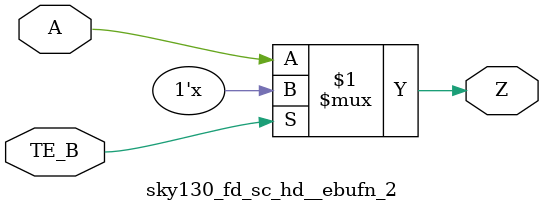
<source format=v>
/*
 * Copyright 2020 The SkyWater PDK Authors
 *
 * Licensed under the Apache License, Version 2.0 (the "License");
 * you may not use this file except in compliance with the License.
 * You may obtain a copy of the License at
 *
 *     https://www.apache.org/licenses/LICENSE-2.0
 *
 * Unless required by applicable law or agreed to in writing, software
 * distributed under the License is distributed on an "AS IS" BASIS,
 * WITHOUT WARRANTIES OR CONDITIONS OF ANY KIND, either express or implied.
 * See the License for the specific language governing permissions and
 * limitations under the License.
 *
 * SPDX-License-Identifier: Apache-2.0
*/


`ifndef SKY130_FD_SC_HD__EBUFN_2_FUNCTIONAL_V
`define SKY130_FD_SC_HD__EBUFN_2_FUNCTIONAL_V

/**
 * ebufn: Tri-state buffer, negative enable.
 *
 * Verilog simulation functional model.
 */

`timescale 1ns / 1ps
`default_nettype none

`celldefine
module sky130_fd_sc_hd__ebufn_2 (
    Z   ,
    A   ,
    TE_B
);

    // Module ports
    output Z   ;
    input  A   ;
    input  TE_B;

    //     Name     Output  Other arguments
    bufif0 bufif00 (Z     , A, TE_B        );

endmodule
`endcelldefine

`default_nettype wire
`endif  // SKY130_FD_SC_HD__EBUFN_2_FUNCTIONAL_V

</source>
